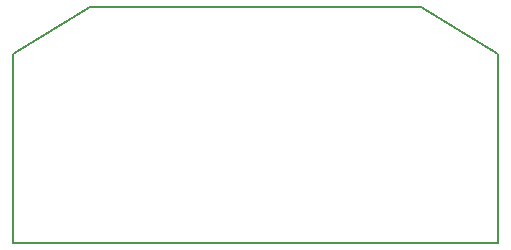
<source format=gbr>
G04 #@! TF.GenerationSoftware,KiCad,Pcbnew,(5.0.0-rc2-dev-231-ge0e0687cd)*
G04 #@! TF.CreationDate,2018-07-23T22:11:47+02:00*
G04 #@! TF.ProjectId,WiFi_Plotter,576946695F506C6F747465722E6B6963,rev?*
G04 #@! TF.SameCoordinates,Original*
G04 #@! TF.FileFunction,Profile,NP*
%FSLAX46Y46*%
G04 Gerber Fmt 4.6, Leading zero omitted, Abs format (unit mm)*
G04 Created by KiCad (PCBNEW (5.0.0-rc2-dev-231-ge0e0687cd)) date Mon Jul 23 22:11:47 2018*
%MOMM*%
%LPD*%
G01*
G04 APERTURE LIST*
%ADD10C,0.150000*%
%ADD11C,0.200000*%
G04 APERTURE END LIST*
D10*
X69500000Y-124000000D02*
X76000000Y-120000000D01*
X104000000Y-120000000D02*
X110500000Y-124000000D01*
X76000000Y-120000000D02*
X104000000Y-120000000D01*
X110500000Y-140000000D02*
X110500000Y-124000000D01*
X69500000Y-140000000D02*
X69500000Y-124000000D01*
D11*
X69500000Y-140000000D02*
X110500000Y-140000000D01*
M02*

</source>
